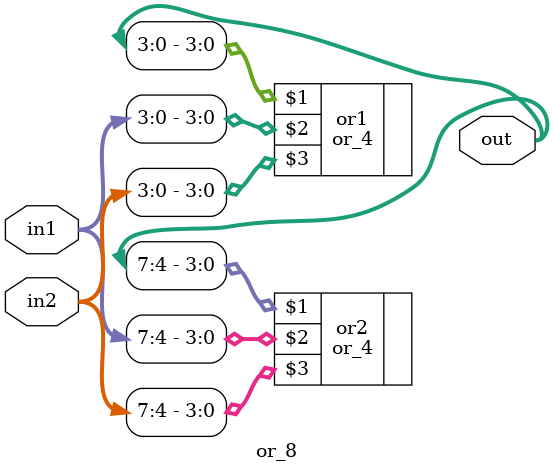
<source format=v>
module or_8(out,in1,in2);
	input[7:0] in1,in2;
	output[7:0] out;
	or_4 or1(out[3:0],in1[3:0],in2[3:0]);
	or_4 or2(out[7:4],in1[7:4],in2[7:4]);
endmodule
	
</source>
